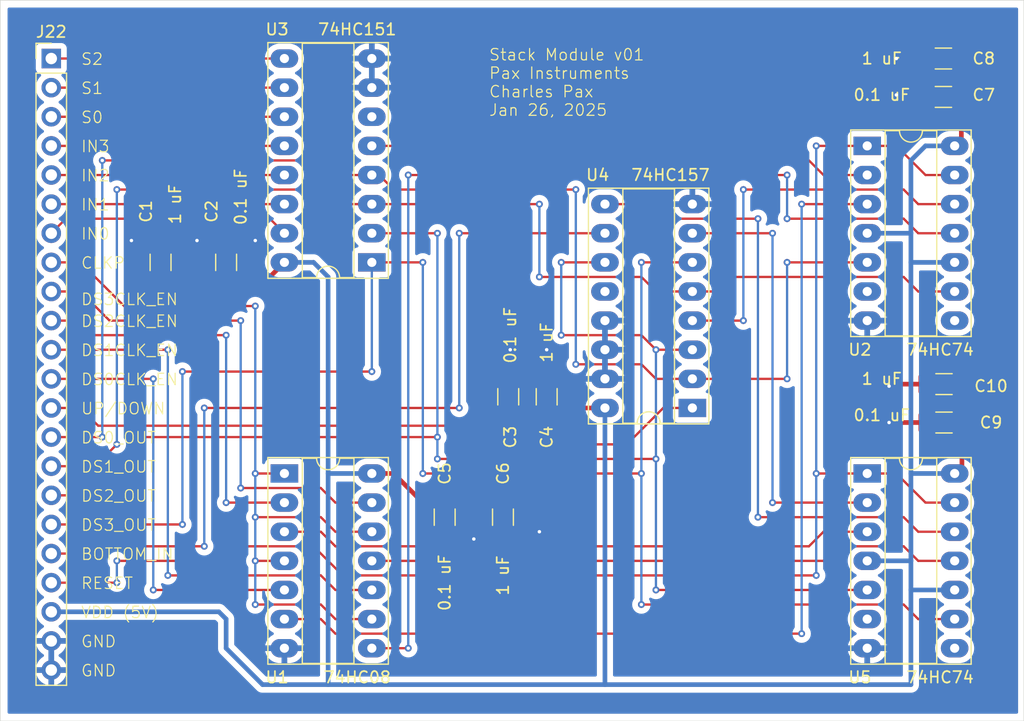
<source format=kicad_pcb>
(kicad_pcb (version 20240108) (generator "pcbnew") (generator_version "8.0")
  (title_block (title "Stack Module") (date "2025-01-25") (rev "v01") (company "Pax Instruments"))
  (layers (0 "F.Cu" signal) (31 "B.Cu" signal) (34 "B.Paste" user) (35 "F.Paste" user) (36 "B.SilkS" user "B.Silkscreen") (37 "F.SilkS" user "F.Silkscreen") (38 "B.Mask" user) (39 "F.Mask" user) (44 "Edge.Cuts" user))
  (net 0 "")
  (net 1 "INPUT1")
  (net 2 "INPUT2")
  (net 3 "INPUT0")
  (net 4 "RESET")
  (net 5 "INPUT3")
  (net 6 "CLOCKPULSE")
  (net 7 "DS3CLK_EN")
  (net 8 "GND")
  (net 9 "DS1CLK_EN")
  (net 10 "DS0CLK_EN")
  (net 11 "DS2CLK_EN")
  (net 12 "S2")
  (net 13 "DS3_OUT")
  (net 14 "DS2_OUT")
  (net 15 "DS1_OUT")
  (net 16 "S0")
  (net 17 "S1")
  (net 18 "BOTTOM")
  (net 19 "DS0_OUT")
  (net 20 "VDD")
  (net 21 "UPDOWN")
  (net 22 "DS0_CLK")
  (net 23 "DS0_IN")
  (net 24 "DS1_IN")
  (net 25 "DS1_CLK")
  (net 27 "DS3_CLK")
  (net 28 "DS2_IN")
  (net 29 "DS2_CLK")
  (net 31 "DS3_IN")
  (footprint "Package_DIP:DIP-14_W7.62mm_Socket_LongPads" (layer "F.Cu") (at 160.02 48.26)
    (property "Reference" "U2")
    (property "Value" "74HC74")
  )
  (footprint "Package_DIP:DIP-14_W7.62mm_Socket_LongPads" (layer "F.Cu") (at 109.22 76.835)
    (property "Reference" "U1")
    (property "Value" "74HC08")
  )
  (footprint "Package_DIP:DIP-16_W7.62mm_Socket_LongPads" (layer "F.Cu") (at 116.84 58.42 180)
    (property "Reference" "U3")
    (property "Value" "74HC151")
  )
  (footprint "Capacitor_SMD:C_1206_3216Metric_Pad1.33x1.80mm_HandSolder" (layer "F.Cu") (at 132.08 70.1425 90)
    (property "Reference" "C4")
    (property "Value" "1 uF")
  )
  (footprint "Capacitor_SMD:C_1206_3216Metric_Pad1.33x1.80mm_HandSolder" (layer "F.Cu") (at 166.7125 69.04 180)
    (property "Reference" "C10")
    (property "Value" "1 uF")
  )
  (footprint "Capacitor_SMD:C_1206_3216Metric_Pad1.33x1.80mm_HandSolder" (layer "F.Cu") (at 104.14 58.42 90)
    (property "Reference" "C2")
    (property "Value" "0.1 uF")
  )
  (footprint "Package_DIP:DIP-14_W7.62mm_Socket_LongPads" (layer "F.Cu") (at 160.02 76.835)
    (property "Reference" "U5")
    (property "Value" "74HC74")
  )
  (footprint "Capacitor_SMD:C_1206_3216Metric_Pad1.33x1.80mm_HandSolder" (layer "F.Cu") (at 166.6625 43.99 180)
    (property "Reference" "C7")
    (property "Value" "0.1 uF")
  )
  (footprint "Capacitor_SMD:C_1206_3216Metric_Pad1.33x1.80mm_HandSolder" (layer "F.Cu") (at 166.7125 72.39 180)
    (property "Reference" "C9")
    (property "Value" "0.1 uF")
  )
  (footprint "Capacitor_SMD:C_1206_3216Metric_Pad1.33x1.80mm_HandSolder" (layer "F.Cu") (at 98.425 58.42 90)
    (property "Reference" "C1")
    (property "Value" "1 uF")
  )
  (footprint "Connector_PinHeader_2.54mm:PinHeader_1x22_P2.54mm_Vertical" (layer "F.Cu") (at 88.9 40.64)
    (property "Reference" "J22")
    (property "Value" "Conn_01x22_Pin" (hide yes))
  )
  (footprint "Capacitor_SMD:C_1206_3216Metric_Pad1.33x1.80mm_HandSolder" (layer "F.Cu") (at 128.27 80.645 -90)
    (property "Reference" "C6")
    (property "Value" "1 uF")
  )
  (footprint "Capacitor_SMD:C_1206_3216Metric_Pad1.33x1.80mm_HandSolder" (layer "F.Cu") (at 128.73 70.1425 90)
    (property "Reference" "C3")
    (property "Value" "0.1 uF")
  )
  (footprint "Package_DIP:DIP-16_W7.62mm_Socket_LongPads" (layer "F.Cu") (at 144.78 71.12 180)
    (property "Reference" "U4")
    (property "Value" "74HC157")
  )
  (footprint "Capacitor_SMD:C_1206_3216Metric_Pad1.33x1.80mm_HandSolder" (layer "F.Cu") (at 166.6625 40.64 180)
    (property "Reference" "C8")
    (property "Value" "1 uF")
  )
  (footprint "Capacitor_SMD:C_1206_3216Metric_Pad1.33x1.80mm_HandSolder" (layer "F.Cu") (at 123.19 80.645 -90)
    (property "Reference" "C5")
    (property "Value" "0.1 uF")
  )
  (gr_rect (start 84.455 35.56) (end 173.6725 98.425) (stroke (width 0.05)) (fill none) (layer "Edge.Cuts"))
  (gr_text "S2" (at 91.44 41.275 0) (layer "F.SilkS") (effects (font (size 1 1) (thickness 0.1)) (justify left bottom)))
  (gr_text "IN2" (at 91.44 51.435 0) (layer "F.SilkS") (effects (font (size 1 1) (thickness 0.1)) (justify left bottom)))
  (gr_text "BOTTOM_IN" (at 91.44 84.455 0) (layer "F.SilkS") (effects (font (size 1 1) (thickness 0.1)) (justify left bottom)))
  (gr_text "CLKP" (at 91.44 59.055 0) (layer "F.SilkS") (effects (font (size 1 1) (thickness 0.1)) (justify left bottom)))
  (gr_text "DS3_OUT" (at 91.44 81.915 0) (layer "F.SilkS") (effects (font (size 1 1) (thickness 0.1)) (justify left bottom)))
  (gr_text "DS0_OUT" (at 91.44 74.295 0) (layer "F.SilkS") (effects (font (size 1 1) (thickness 0.1)) (justify left bottom)))
  (gr_text "DS1_OUT" (at 91.44 76.835 0) (layer "F.SilkS") (effects (font (size 1 1) (thickness 0.1)) (justify left bottom)))
  (gr_text "RESET" (at 91.44 86.995 0) (layer "F.SilkS") (effects (font (size 1 1) (thickness 0.1)) (justify left bottom)))
  (gr_text "UP/DOWN" (at 91.44 71.755 0) (layer "F.SilkS") (effects (font (size 1 1) (thickness 0.1)) (justify left bottom)))
  (gr_text "IN1" (at 91.44 53.975 0) (layer "F.SilkS") (effects (font (size 1 1) (thickness 0.1)) (justify left bottom)))
  (gr_text "GND" (at 91.44 92.075 0) (layer "F.SilkS") (effects (font (size 1 1) (thickness 0.1)) (justify left bottom)))
  (gr_text "IN3" (at 91.44 48.895 0) (layer "F.SilkS") (effects (font (size 1 1) (thickness 0.1)) (justify left bottom)))
  (gr_text "IN0" (at 91.44 56.515 0) (layer "F.SilkS") (effects (font (size 1 1) (thickness 0.1)) (justify left bottom)))
  (gr_text "GND" (at 91.44 94.615 0) (layer "F.SilkS") (effects (font (size 1 1) (thickness 0.1)) (justify left bottom)))
  (gr_text "S1" (at 91.44 43.815 0) (layer "F.SilkS") (effects (font (size 1 1) (thickness 0.1)) (justify left bottom)))
  (gr_text "Stack Module v01\nPax Instruments\nCharles Pax\nJan 26, 2025" (at 127 45.72 0) (layer "F.SilkS") (effects (font (size 1 1) (thickness 0.1)) (justify left bottom)))
  (gr_text "DS1CLK_EN" (at 91.44 66.675 0) (layer "F.SilkS") (effects (font (size 1 1) (thickness 0.1)) (justify left bottom)))
  (gr_text "DS3CLK_EN" (at 91.44 62.23 0) (layer "F.SilkS") (effects (font (size 1 1) (thickness 0.1)) (justify left bottom)))
  (gr_text "DS2_OUT" (at 91.44 79.375 0) (layer "F.SilkS") (effects (font (size 1 1) (thickness 0.1)) (justify left bottom)))
  (gr_text "DS2CLK_EN" (at 91.44 64.135 0) (layer "F.SilkS") (effects (font (size 1 1) (thickness 0.1)) (justify left bottom)))
  (gr_text "VDD (5V)" (at 91.44 89.535 0) (layer "F.SilkS") (effects (font (size 1 1) (thickness 0.1)) (justify left bottom)))
  (gr_text "S0" (at 91.44 46.355 0) (layer "F.SilkS") (effects (font (size 1 1) (thickness 0.1)) (justify left bottom)))
  (gr_text "DS0CLK_EN" (at 91.44 69.215 0) (layer "F.SilkS") (effects (font (size 1 1) (thickness 0.1)) (justify left bottom)))
  (segment (start 109.22 53.34) (end 88.9 53.34) (width 0.2) (layer "F.Cu") (net 1))
  (segment (start 88.9 50.8) (end 109.22 50.8) (width 0.2) (layer "F.Cu") (net 2))
  (segment (start 107.95 54.61) (end 109.22 55.88) (width 0.2) (layer "F.Cu") (net 3))
  (segment (start 88.9 55.88) (end 90.17 54.61) (width 0.2) (layer "F.Cu") (net 3))
  (segment (start 90.17 54.61) (end 107.95 54.61) (width 0.2) (layer "F.Cu") (net 3))
  (segment (start 155.575 76.835) (end 160.02 76.835) (width 0.2) (layer "F.Cu") (net 4))
  (segment (start 104.775 84.455) (end 94.615 84.455) (width 0.2) (layer "F.Cu") (net 4))
  (segment (start 162.56 48.26) (end 160.02 48.26) (width 0.2) (layer "F.Cu") (net 4))
  (segment (start 160.02 76.835) (end 162.56 76.835) (width 0.2) (layer "F.Cu") (net 4))
  (segment (start 160.02 48.26) (end 155.575 48.26) (width 0.2) (layer "F.Cu") (net 4))
  (segment (start 162.56 76.835) (end 165.1 79.375) (width 0.2) (layer "F.Cu") (net 4))
  (segment (start 111.76 83.185) (end 106.045 83.185) (width 0.2) (layer "F.Cu") (net 4))
  (segment (start 155.575 85.725) (end 114.3 85.725) (width 0.2) (layer "F.Cu") (net 4))
  (segment (start 165.1 79.375) (end 167.64 79.375) (width 0.2) (layer "F.Cu") (net 4))
  (segment (start 88.9 86.36) (end 94.615 86.36) (width 0.2) (layer "F.Cu") (net 4))
  (segment (start 106.045 83.185) (end 104.775 84.455) (width 0.2) (layer "F.Cu") (net 4))
  (segment (start 167.64 50.8) (end 165.1 50.8) (width 0.2) (layer "F.Cu") (net 4))
  (segment (start 114.3 85.725) (end 111.76 83.185) (width 0.2) (layer "F.Cu") (net 4))
  (segment (start 165.1 50.8) (end 162.56 48.26) (width 0.2) (layer "F.Cu") (net 4))
  (via (at 94.615 86.36) (size 0.6) (drill 0.3) (layers "F.Cu" "B.Cu") (net 4))
  (via (at 155.575 76.835) (size 0.6) (drill 0.3) (layers "F.Cu" "B.Cu") (net 4))
  (via (at 155.575 85.725) (size 0.6) (drill 0.3) (layers "F.Cu" "B.Cu") (net 4))
  (via (at 94.615 84.455) (size 0.6) (drill 0.3) (layers "F.Cu" "B.Cu") (net 4))
  (via (at 155.575 48.26) (size 0.6) (drill 0.3) (layers "F.Cu" "B.Cu") (net 4))
  (segment (start 155.575 48.26) (end 155.575 76.835) (width 0.2) (layer "B.Cu") (net 4))
  (segment (start 155.575 85.725) (end 155.575 76.835) (width 0.2) (layer "B.Cu") (net 4))
  (segment (start 94.615 84.455) (end 94.615 86.36) (width 0.2) (layer "B.Cu") (net 4))
  (segment (start 109.22 48.26) (end 88.9 48.26) (width 0.2) (layer "F.Cu") (net 5))
  (segment (start 106.68 88.265) (end 112.395 88.265) (width 0.2) (layer "F.Cu") (net 6))
  (segment (start 113.665 81.915) (end 116.84 81.915) (width 0.2) (layer "F.Cu") (net 6))
  (segment (start 112.395 80.645) (end 113.665 81.915) (width 0.2) (layer "F.Cu") (net 6))
  (segment (start 91.44 58.42) (end 88.9 58.42) (width 0.2) (layer "F.Cu") (net 6))
  (segment (start 95.25 62.23) (end 91.44 58.42) (width 0.2) (layer "F.Cu") (net 6))
  (segment (start 106.68 80.645) (end 112.395 80.645) (width 0.2) (layer "F.Cu") (net 6))
  (segment (start 109.22 84.455) (end 106.68 84.455) (width 0.2) (layer "F.Cu") (net 6))
  (segment (start 113.665 89.535) (end 116.84 89.535) (width 0.2) (layer "F.Cu") (net 6))
  (segment (start 112.395 88.265) (end 113.665 89.535) (width 0.2) (layer "F.Cu") (net 6))
  (segment (start 109.22 76.835) (end 106.68 76.835) (width 0.2) (layer "F.Cu") (net 6))
  (segment (start 106.68 62.23) (end 95.25 62.23) (width 0.2) (layer "F.Cu") (net 6))
  (via (at 106.68 62.23) (size 0.6) (drill 0.3) (layers "F.Cu" "B.Cu") (net 6))
  (via (at 106.68 84.455) (size 0.6) (drill 0.3) (layers "F.Cu" "B.Cu") (net 6))
  (via (at 106.68 80.645) (size 0.6) (drill 0.3) (layers "F.Cu" "B.Cu") (net 6))
  (via (at 106.68 76.835) (size 0.6) (drill 0.3) (layers "F.Cu" "B.Cu") (net 6))
  (via (at 106.68 88.265) (size 0.6) (drill 0.3) (layers "F.Cu" "B.Cu") (net 6))
  (segment (start 106.68 84.455) (end 106.68 80.645) (width 0.2) (layer "B.Cu") (net 6))
  (segment (start 106.68 62.23) (end 106.68 76.835) (width 0.2) (layer "B.Cu") (net 6))
  (segment (start 106.68 88.265) (end 106.68 84.455) (width 0.2) (layer "B.Cu") (net 6))
  (segment (start 106.68 80.645) (end 106.68 76.835) (width 0.2) (layer "B.Cu") (net 6))
  (segment (start 112.395 78.105) (end 113.665 79.375) (width 0.2) (layer "F.Cu") (net 7))
  (segment (start 93.98 63.5) (end 91.44 60.96) (width 0.2) (layer "F.Cu") (net 7))
  (segment (start 113.665 79.375) (end 116.84 79.375) (width 0.2) (layer "F.Cu") (net 7))
  (segment (start 91.44 60.96) (end 88.9 60.96) (width 0.2) (layer "F.Cu") (net 7))
  (segment (start 105.41 78.105) (end 112.395 78.105) (width 0.2) (layer "F.Cu") (net 7))
  (segment (start 105.41 63.5) (end 93.98 63.5) (width 0.2) (layer "F.Cu") (net 7))
  (via (at 105.41 78.105) (size 0.6) (drill 0.3) (layers "F.Cu" "B.Cu") (net 7))
  (via (at 105.41 63.5) (size 0.6) (drill 0.3) (layers "F.Cu" "B.Cu") (net 7))
  (segment (start 105.41 78.105) (end 105.41 63.5) (width 0.2) (layer "B.Cu") (net 7))
  (segment (start 128.73 68.58) (end 128.73 66.215) (width 0.4064) (layer "F.Cu") (net 8))
  (segment (start 125.3875 82.2075) (end 125.73 82.55) (width 0.4064) (layer "F.Cu") (net 8))
  (segment (start 123.19 82.2075) (end 125.3875 82.2075) (width 0.4064) (layer "F.Cu") (net 8))
  (segment (start 96.2275 56.8575) (end 95.885 56.515) (width 0.4064) (layer "F.Cu") (net 8))
  (segment (start 98.425 56.8575) (end 96.2275 56.8575) (width 0.4064) (layer "F.Cu") (net 8))
  (segment (start 128.27 82.2075) (end 126.0725 82.2075) (width 0.4064) (layer "F.Cu") (net 8))
  (segment (start 165.15 69.04) (end 162.1 69.04) (width 0.4064) (layer "F.Cu") (net 8))
  (segment (start 131.1525 82.2075) (end 131.445 81.915) (width 0.4064) (layer "F.Cu") (net 8))
  (segment (start 126.0725 82.2075) (end 125.73 82.55) (width 0.4064) (layer "F.Cu") (net 8))
  (segment (start 162.56 40.64) (end 165.1 40.64) (width 0.4064) (layer "F.Cu") (net 8))
  (segment (start 101.2575 56.8575) (end 101.6 56.515) (width 0.4064) (layer "F.Cu") (net 8))
  (segment (start 132.08 68.58) (end 132.08 66.04) (width 0.4064) (layer "F.Cu") (net 8))
  (segment (start 128.27 82.2075) (end 131.1525 82.2075) (width 0.4064) (layer "F.Cu") (net 8))
  (segment (start 165.15 72.39) (end 161.925 72.39) (width 0.4064) (layer "F.Cu") (net 8))
  (segment (start 101.9425 56.8575) (end 101.6 56.515) (width 0.4064) (layer "F.Cu") (net 8))
  (segment (start 128.73 66.215) (end 128.905 66.04) (width 0.4064) (layer "F.Cu") (net 8))
  (segment (start 98.425 56.8575) (end 101.2575 56.8575) (width 0.4064) (layer "F.Cu") (net 8))
  (segment (start 165.1 43.99) (end 162.735 43.99) (width 0.4064) (layer "F.Cu") (net 8))
  (segment (start 106.3375 56.8575) (end 106.68 56.515) (width 0.4064) (layer "F.Cu") (net 8))
  (segment (start 162.735 43.99) (end 162.56 43.815) (width 0.4064) (layer "F.Cu") (net 8))
  (segment (start 104.14 56.8575) (end 106.3375 56.8575) (width 0.4064) (layer "F.Cu") (net 8))
  (segment (start 162.1 69.04) (end 161.925 69.215) (width 0.4064) (layer "F.Cu") (net 8))
  (segment (start 104.14 56.8575) (end 101.9425 56.8575) (width 0.4064) (layer "F.Cu") (net 8))
  (via (at 161.925 72.39) (size 0.6) (drill 0.3) (layers "F.Cu" "B.Cu") (net 8))
  (via (at 161.925 69.215) (size 0.6) (drill 0.3) (layers "F.Cu" "B.Cu") (net 8))
  (via (at 95.885 56.515) (size 0.6) (drill 0.3) (layers "F.Cu" "B.Cu") (net 8))
  (via (at 162.56 40.64) (size 0.6) (drill 0.3) (layers "F.Cu" "B.Cu") (net 8))
  (via (at 128.905 66.04) (size 0.6) (drill 0.3) (layers "F.Cu" "B.Cu") (net 8))
  (via (at 131.445 81.915) (size 0.6) (drill 0.3) (layers "F.Cu" "B.Cu") (net 8))
  (via (at 101.6 56.515) (size 0.6) (drill 0.3) (layers "F.Cu" "B.Cu") (net 8))
  (via (at 132.08 66.04) (size 0.6) (drill 0.3) (layers "F.Cu" "B.Cu") (net 8))
  (via (at 125.73 82.55) (size 0.6) (drill 0.3) (layers "F.Cu" "B.Cu") (net 8))
  (via (at 106.68 56.515) (size 0.6) (drill 0.3) (layers "F.Cu" "B.Cu") (net 8))
  (via (at 162.56 43.815) (size 0.6) (drill 0.3) (layers "F.Cu" "B.Cu") (net 8))
  (segment (start 112.395 85.725) (end 113.665 86.995) (width 0.2) (layer "F.Cu") (net 9))
  (segment (start 99.06 85.725) (end 112.395 85.725) (width 0.2) (layer "F.Cu") (net 9))
  (segment (start 99.06 66.04) (end 88.9 66.04) (width 0.2) (layer "F.Cu") (net 9))
  (segment (start 113.665 86.995) (end 116.84 86.995) (width 0.2) (layer "F.Cu") (net 9))
  (via (at 99.06 85.725) (size 0.6) (drill 0.3) (layers "F.Cu" "B.Cu") (net 9))
  (via (at 99.06 66.04) (size 0.6) (drill 0.3) (layers "F.Cu" "B.Cu") (net 9))
  (segment (start 99.06 85.725) (end 99.06 66.04) (width 0.2) (layer "B.Cu") (net 9))
  (segment (start 97.79 68.58) (end 88.9 68.58) (width 0.2) (layer "F.Cu") (net 10))
  (segment (start 109.22 86.995) (end 97.79 86.995) (width 0.2) (layer "F.Cu") (net 10))
  (via (at 97.79 68.58) (size 0.6) (drill 0.3) (layers "F.Cu" "B.Cu") (net 10))
  (via (at 97.79 86.995) (size 0.6) (drill 0.3) (layers "F.Cu" "B.Cu") (net 10))
  (segment (start 97.79 86.995) (end 97.79 68.58) (width 0.2) (layer "B.Cu") (net 10))
  (segment (start 91.44 63.5) (end 88.9 63.5) (width 0.2) (layer "F.Cu") (net 11))
  (segment (start 92.71 64.77) (end 91.44 63.5) (width 0.2) (layer "F.Cu") (net 11))
  (segment (start 109.22 79.375) (end 104.14 79.375) (width 0.2) (layer "F.Cu") (net 11))
  (segment (start 104.14 64.77) (end 92.71 64.77) (width 0.2) (layer "F.Cu") (net 11))
  (via (at 104.14 79.375) (size 0.6) (drill 0.3) (layers "F.Cu" "B.Cu") (net 11))
  (via (at 104.14 64.77) (size 0.6) (drill 0.3) (layers "F.Cu" "B.Cu") (net 11))
  (segment (start 104.14 79.375) (end 104.14 64.77) (width 0.2) (layer "B.Cu") (net 11))
  (segment (start 88.9 40.64) (end 109.22 40.64) (width 0.2) (layer "F.Cu") (net 12))
  (segment (start 164.465 89.535) (end 163.195 88.265) (width 0.2) (layer "F.Cu") (net 13))
  (segment (start 100.33 81.28) (end 88.9 81.28) (width 0.2) (layer "F.Cu") (net 13))
  (segment (start 116.84 58.42) (end 121.285 58.42) (width 0.2) (layer "F.Cu") (net 13))
  (segment (start 163.195 88.265) (end 140.335 88.265) (width 0.2) (layer "F.Cu") (net 13))
  (segment (start 116.84 67.945) (end 100.33 67.945) (width 0.2) (layer "F.Cu") (net 13))
  (segment (start 167.64 89.535) (end 164.465 89.535) (width 0.2) (layer "F.Cu") (net 13))
  (segment (start 140.335 58.42) (end 144.78 58.42) (width 0.2) (layer "F.Cu") (net 13))
  (segment (start 121.285 76.835) (end 140.335 76.835) (width 0.2) (layer "F.Cu") (net 13))
  (via (at 121.285 58.42) (size 0.6) (drill 0.3) (layers "F.Cu" "B.Cu") (net 13))
  (via (at 140.335 88.265) (size 0.6) (drill 0.3) (layers "F.Cu" "B.Cu") (net 13))
  (via (at 100.33 67.945) (size 0.6) (drill 0.3) (layers "F.Cu" "B.Cu") (net 13))
  (via (at 100.33 81.28) (size 0.6) (drill 0.3) (layers "F.Cu" "B.Cu") (net 13))
  (via (at 116.84 67.945) (size 0.6) (drill 0.3) (layers "F.Cu" "B.Cu") (net 13))
  (via (at 140.335 76.835) (size 0.6) (drill 0.3) (layers "F.Cu" "B.Cu") (net 13))
  (via (at 140.335 58.42) (size 0.6) (drill 0.3) (layers "F.Cu" "B.Cu") (net 13))
  (via (at 121.285 76.835) (size 0.6) (drill 0.3) (layers "F.Cu" "B.Cu") (net 13))
  (segment (start 140.335 58.42) (end 140.335 76.835) (width 0.2) (layer "B.Cu") (net 13))
  (segment (start 100.33 67.945) (end 100.33 81.28) (width 0.2) (layer "B.Cu") (net 13))
  (segment (start 121.285 76.835) (end 121.285 58.42) (width 0.2) (layer "B.Cu") (net 13))
  (segment (start 116.84 58.42) (end 116.84 67.945) (width 0.2) (layer "B.Cu") (net 13))
  (segment (start 140.335 88.265) (end 140.335 76.835) (width 0.2) (layer "B.Cu") (net 13))
  (segment (start 140.335 64.77) (end 133.35 64.77) (width 0.2) (layer "F.Cu") (net 14))
  (segment (start 122.555 75.565) (end 141.605 75.565) (width 0.2) (layer "F.Cu") (net 14))
  (segment (start 144.78 66.04) (end 141.605 66.04) (width 0.2) (layer "F.Cu") (net 14))
  (segment (start 95.885 73.66) (end 95.885 74.93) (width 0.2) (layer "F.Cu") (net 14))
  (segment (start 92.075 78.74) (end 88.9 78.74) (width 0.2) (layer "F.Cu") (net 14))
  (segment (start 122.555 73.66) (end 95.885 73.66) (width 0.2) (layer "F.Cu") (net 14))
  (segment (start 116.84 55.88) (end 122.555 55.88) (width 0.2) (layer "F.Cu") (net 14))
  (segment (start 95.885 74.93) (end 92.075 78.74) (width 0.2) (layer "F.Cu") (net 14))
  (segment (start 141.605 66.04) (end 140.335 64.77) (width 0.2) (layer "F.Cu") (net 14))
  (segment (start 160.02 86.995) (end 141.605 86.995) (width 0.2) (layer "F.Cu") (net 14))
  (segment (start 137.16 58.42) (end 133.35 58.42) (width 0.2) (layer "F.Cu") (net 14))
  (via (at 122.555 73.66) (size 0.6) (drill 0.3) (layers "F.Cu" "B.Cu") (net 14))
  (via (at 141.605 86.995) (size 0.6) (drill 0.3) (layers "F.Cu" "B.Cu") (net 14))
  (via (at 141.605 75.565) (size 0.6) (drill 0.3) (layers "F.Cu" "B.Cu") (net 14))
  (via (at 122.555 75.565) (size 0.6) (drill 0.3) (layers "F.Cu" "B.Cu") (net 14))
  (via (at 141.605 66.04) (size 0.6) (drill 0.3) (layers "F.Cu" "B.Cu") (net 14))
  (via (at 133.35 58.42) (size 0.6) (drill 0.3) (layers "F.Cu" "B.Cu") (net 14))
  (via (at 122.555 55.88) (size 0.6) (drill 0.3) (layers "F.Cu" "B.Cu") (net 14))
  (via (at 133.35 64.77) (size 0.6) (drill 0.3) (layers "F.Cu" "B.Cu") (net 14))
  (segment (start 141.605 86.995) (end 141.605 75.565) (width 0.2) (layer "B.Cu") (net 14))
  (segment (start 133.35 58.42) (end 133.35 64.77) (width 0.2) (layer "B.Cu") (net 14))
  (segment (start 122.555 75.565) (end 122.555 73.66) (width 0.2) (layer "B.Cu") (net 14))
  (segment (start 122.555 73.66) (end 122.555 55.88) (width 0.2) (layer "B.Cu") (net 14))
  (segment (start 141.605 66.04) (end 141.605 75.565) (width 0.2) (layer "B.Cu") (net 14))
  (segment (start 147.955 59.69) (end 146.685 60.96) (width 0.2) (layer "F.Cu") (net 15))
  (segment (start 140.335 59.69) (end 141.605 60.96) (width 0.2) (layer "F.Cu") (net 15))
  (segment (start 92.71 76.2) (end 94.615 74.295) (width 0.2) (layer "F.Cu") (net 15))
  (segment (start 164.465 60.96) (end 167.64 60.96) (width 0.2) (layer "F.Cu") (net 15))
  (segment (start 144.78 60.96) (end 146.685 60.96) (width 0.2) (layer "F.Cu") (net 15))
  (segment (start 94.615 52.07) (end 112.395 52.07) (width 0.2) (layer "F.Cu") (net 15))
  (segment (start 88.9 76.2) (end 92.71 76.2) (width 0.2) (layer "F.Cu") (net 15))
  (segment (start 147.955 59.69) (end 163.195 59.69) (width 0.2) (layer "F.Cu") (net 15))
  (segment (start 163.195 59.69) (end 164.465 60.96) (width 0.2) (layer "F.Cu") (net 15))
  (segment (start 113.665 53.34) (end 116.84 53.34) (width 0.2) (layer "F.Cu") (net 15))
  (segment (start 112.395 52.07) (end 113.665 53.34) (width 0.2) (layer "F.Cu") (net 15))
  (segment (start 131.445 59.69) (end 140.335 59.69) (width 0.2) (layer "F.Cu") (net 15))
  (segment (start 141.605 60.96) (end 144.78 60.96) (width 0.2) (layer "F.Cu") (net 15))
  (segment (start 116.84 53.34) (end 131.445 53.34) (width 0.2) (layer "F.Cu") (net 15))
  (via (at 131.445 53.34) (size 0.6) (drill 0.3) (layers "F.Cu" "B.Cu") (net 15))
  (via (at 131.445 59.69) (size 0.6) (drill 0.3) (layers "F.Cu" "B.Cu") (net 15))
  (via (at 94.615 74.295) (size 0.6) (drill 0.3) (layers "F.Cu" "B.Cu") (net 15))
  (via (at 94.615 52.07) (size 0.6) (drill 0.3) (layers "F.Cu" "B.Cu") (net 15))
  (segment (start 131.445 53.34) (end 131.445 59.69) (width 0.2) (layer "B.Cu") (net 15))
  (segment (start 94.615 74.295) (end 94.615 52.07) (width 0.2) (layer "B.Cu") (net 15))
  (segment (start 88.9 45.72) (end 109.22 45.72) (width 0.2) (layer "F.Cu") (net 16))
  (segment (start 109.22 43.18) (end 88.9 43.18) (width 0.2) (layer "F.Cu") (net 17))
  (segment (start 91.44 83.82) (end 88.9 83.82) (width 0.2) (layer "F.Cu") (net 18))
  (segment (start 124.46 71.12) (end 102.235 71.12) (width 0.2) (layer "F.Cu") (net 18))
  (segment (start 102.235 83.185) (end 92.075 83.185) (width 0.2) (layer "F.Cu") (net 18))
  (segment (start 124.46 55.88) (end 137.16 55.88) (width 0.2) (layer "F.Cu") (net 18))
  (segment (start 92.075 83.185) (end 91.44 83.82) (width 0.2) (layer "F.Cu") (net 18))
  (via (at 124.46 71.12) (size 0.6) (drill 0.3) (layers "F.Cu" "B.Cu") (net 18))
  (via (at 102.235 71.12) (size 0.6) (drill 0.3) (layers "F.Cu" "B.Cu") (net 18))
  (via (at 102.235 83.185) (size 0.6) (drill 0.3) (layers "F.Cu" "B.Cu") (net 18))
  (via (at 124.46 55.88) (size 0.6) (drill 0.3) (layers "F.Cu" "B.Cu") (net 18))
  (segment (start 124.46 55.88) (end 124.46 71.12) (width 0.2) (layer "B.Cu") (net 18))
  (segment (start 102.235 71.12) (end 102.235 83.185) (width 0.2) (layer "B.Cu") (net 18))
  (segment (start 88.9 73.66) (end 93.345 73.66) (width 0.2) (layer "F.Cu") (net 19))
  (segment (start 112.395 49.53) (end 113.665 50.8) (width 0.2) (layer "F.Cu") (net 19))
  (segment (start 134.62 52.07) (end 118.745 52.07) (width 0.2) (layer "F.Cu") (net 19))
  (segment (start 144.78 68.58) (end 153.035 68.58) (width 0.2) (layer "F.Cu") (net 19))
  (segment (start 141.605 68.58) (end 140.335 67.31) (width 0.2) (layer "F.Cu") (net 19))
  (segment (start 140.335 67.31) (end 134.62 67.31) (width 0.2) (layer "F.Cu") (net 19))
  (segment (start 118.745 52.07) (end 117.475 50.8) (width 0.2) (layer "F.Cu") (net 19))
  (segment (start 93.345 49.53) (end 112.395 49.53) (width 0.2) (layer "F.Cu") (net 19))
  (segment (start 144.78 68.58) (end 141.605 68.58) (width 0.2) (layer "F.Cu") (net 19))
  (segment (start 160.02 58.42) (end 153.035 58.42) (width 0.2) (layer "F.Cu") (net 19))
  (segment (start 113.665 50.8) (end 116.84 50.8) (width 0.2) (layer "F.Cu") (net 19))
  (via (at 93.345 49.53) (size 0.6) (drill 0.3) (layers "F.Cu" "B.Cu") (net 19))
  (via (at 153.035 68.58) (size 0.6) (drill 0.3) (layers "F.Cu" "B.Cu") (net 19))
  (via (at 134.62 52.07) (size 0.6) (drill 0.3) (layers "F.Cu" "B.Cu") (net 19))
  (via (at 153.035 58.42) (size 0.6) (drill 0.3) (layers "F.Cu" "B.Cu") (net 19))
  (via (at 134.62 67.31) (size 0.6) (drill 0.3) (layers "F.Cu" "B.Cu") (net 19))
  (via (at 93.345 73.66) (size 0.6) (drill 0.3) (layers "F.Cu" "B.Cu") (net 19))
  (segment (start 153.035 68.58) (end 153.035 58.42) (width 0.2) (layer "B.Cu") (net 19))
  (segment (start 93.345 49.53) (end 93.345 73.66) (width 0.2) (layer "B.Cu") (net 19))
  (segment (start 134.62 67.31) (end 134.62 52.07) (width 0.2) (layer "B.Cu") (net 19))
  (segment (start 134.52 71.12) (end 137.16 71.12) (width 0.4064) (layer "F.Cu") (net 20))
  (segment (start 118.745 76.835) (end 116.84 76.835) (width 0.4064) (layer "F.Cu") (net 20))
  (segment (start 128.27 79.0825) (end 123.19 79.0825) (width 0.4064) (layer "F.Cu") (net 20))
  (segment (start 104.14 59.9825) (end 107.6575 59.9825) (width 0.4064) (layer "F.Cu") (net 20))
  (segment (start 168.275 76.2) (end 167.64 76.835) (width 0.4064) (layer "F.Cu") (net 20))
  (segment (start 128.73 71.705) (end 132.08 71.705) (width 0.4064) (layer "F.Cu") (net 20))
  (segment (start 168.225 40.64) (end 168.225 43.99) (width 0.4064) (layer "F.Cu") (net 20))
  (segment (start 167.64 48.26) (end 168.225 47.675) (width 0.4064) (layer "F.Cu") (net 20))
  (segment (start 132.08 71.705) (end 133.935 71.705) (width 0.4064) (layer "F.Cu") (net 20))
  (segment (start 168.275 69.04) (end 168.275 72.39) (width 0.4064) (layer "F.Cu") (net 20))
  (segment (start 107.6575 59.9825) (end 109.22 58.42) (width 0.4064) (layer "F.Cu") (net 20))
  (segment (start 168.275 72.39) (end 168.275 76.2) (width 0.4064) (layer "F.Cu") (net 20))
  (segment (start 120.9925 79.0825) (end 118.745 76.835) (width 0.4064) (layer "F.Cu") (net 20))
  (segment (start 168.225 47.675) (end 168.225 43.99) (width 0.4064) (layer "F.Cu") (net 20))
  (segment (start 98.425 59.9825) (end 104.14 59.9825) (width 0.4064) (layer "F.Cu") (net 20))
  (segment (start 123.19 79.0825) (end 120.9925 79.0825) (width 0.4064) (layer "F.Cu") (net 20))
  (segment (start 133.935 71.705) (end 134.52 71.12) (width 0.4064) (layer "F.Cu") (net 20))
  (segment (start 104.14 92.075) (end 107.315 95.25) (width 0.4064) (layer "B.Cu") (net 20))
  (segment (start 167.64 86.995) (end 163.83 86.995) (width 0.4064) (layer "B.Cu") (net 20))
  (segment (start 137.16 71.12) (end 137.16 95.25) (width 0.4064) (layer "B.Cu") (net 20))
  (segment (start 107.315 95.25) (end 137.16 95.25) (width 0.4064) (layer "B.Cu") (net 20))
  (segment (start 160.02 84.455) (end 163.83 84.455) (width 0.4064) (layer "B.Cu") (net 20))
  (segment (start 113.03 95.25) (end 113.03 59.69) (width 0.4064) (layer "B.Cu") (net 20))
  (segment (start 163.83 84.455) (end 163.83 76.835) (width 0.4064) (layer "B.Cu") (net 20))
  (segment (start 163.83 95.25) (end 163.83 86.995) (width 0.4064) (layer "B.Cu") (net 20))
  (segment (start 113.03 76.835) (end 116.84 76.835) (width 0.4064) (layer "B.Cu") (net 20))
  (segment (start 88.9 88.9) (end 103.505 88.9) (width 0.4064) (layer "B.Cu") (net 20))
  (segment (start 103.505 88.9) (end 104.14 89.535) (width 0.4064) (layer "B.Cu") (net 20))
  (segment (start 163.83 76.835) (end 163.83 58.42) (width 0.4064) (layer "B.Cu") (net 20))
  (segment (start 163.83 55.88) (end 163.83 49.53) (width 0.4064) (layer "B.Cu") (net 20))
  (segment (start 160.02 55.88) (end 163.83 55.88) (width 0.4064) (layer "B.Cu") (net 20))
  (segment (start 113.03 59.69) (end 111.76 58.42) (width 0.4064) (layer "B.Cu") (net 20))
  (segment (start 111.76 58.42) (end 109.22 58.42) (width 0.4064) (layer "B.Cu") (net 20))
  (segment (start 165.1 48.26) (end 167.64 48.26) (width 0.4064) (layer "B.Cu") (net 20))
  (segment (start 137.16 95.25) (end 163.83 95.25) (width 0.4064) (layer "B.Cu") (net 20))
  (segment (start 163.83 58.42) (end 163.83 55.88) (width 0.4064) (layer "B.Cu") (net 20))
  (segment (start 163.83 76.835) (end 167.64 76.835) (width 0.4064) (layer "B.Cu") (net 20))
  (segment (start 163.83 86.995) (end 163.83 84.455) (width 0.4064) (layer "B.Cu") (net 20))
  (segment (start 163.83 49.53) (end 165.1 48.26) (width 0.4064) (layer "B.Cu") (net 20))
  (segment (start 167.64 58.42) (end 163.83 58.42) (width 0.4064) (layer "B.Cu") (net 20))
  (segment (start 104.14 89.535) (end 104.14 92.075) (width 0.4064) (layer "B.Cu") (net 20))
  (segment (start 139.065 74.295) (end 142.24 71.12) (width 0.2) (layer "F.Cu") (net 21))
  (segment (start 144.78 71.12) (end 142.24 71.12) (width 0.2) (layer "F.Cu") (net 21))
  (segment (start 123.4675 72.6675) (end 125.095 74.295) (width 0.2) (layer "F.Cu") (net 21))
  (segment (start 91.44 71.12) (end 92.9875 72.6675) (width 0.2) (layer "F.Cu") (net 21))
  (segment (start 92.9875 72.6675) (end 123.4675 72.6675) (width 0.2) (layer "F.Cu") (net 21))
  (segment (start 125.095 74.295) (end 139.065 74.295) (width 0.2) (layer "F.Cu") (net 21))
  (segment (start 88.9 71.12) (end 91.44 71.12) (width 0.2) (layer "F.Cu") (net 21))
  (segment (start 160.02 53.34) (end 154.305 53.34) (width 0.2) (layer "F.Cu") (net 22))
  (segment (start 113.665 90.805) (end 112.395 89.535) (width 0.2) (layer "F.Cu") (net 22))
  (segment (start 112.395 89.535) (end 109.22 89.535) (width 0.2) (layer "F.Cu") (net 22))
  (segment (start 154.305 90.805) (end 113.665 90.805) (width 0.2) (layer "F.Cu") (net 22))
  (via (at 154.305 53.34) (size 0.6) (drill 0.3) (layers "F.Cu" "B.Cu") (net 22))
  (via (at 154.305 90.805) (size 0.6) (drill 0.3) (layers "F.Cu" "B.Cu") (net 22))
  (segment (start 154.305 53.34) (end 154.305 90.805) (width 0.2) (layer "B.Cu") (net 22))
  (segment (start 156.21 50.8) (end 153.67 48.26) (width 0.2) (layer "F.Cu") (net 23))
  (segment (start 153.67 48.26) (end 116.84 48.26) (width 0.2) (layer "F.Cu") (net 23))
  (segment (start 160.02 50.8) (end 156.21 50.8) (width 0.2) (layer "F.Cu") (net 23))
  (segment (start 149.225 52.07) (end 163.195 52.07) (width 0.2) (layer "F.Cu") (net 24))
  (segment (start 144.78 63.5) (end 149.225 63.5) (width 0.2) (layer "F.Cu") (net 24))
  (segment (start 164.465 53.34) (end 167.64 53.34) (width 0.2) (layer "F.Cu") (net 24))
  (segment (start 163.195 52.07) (end 164.465 53.34) (width 0.2) (layer "F.Cu") (net 24))
  (via (at 149.225 52.07) (size 0.6) (drill 0.3) (layers "F.Cu" "B.Cu") (net 24))
  (via (at 149.225 63.5) (size 0.6) (drill 0.3) (layers "F.Cu" "B.Cu") (net 24))
  (segment (start 149.225 52.07) (end 149.225 63.5) (width 0.2) (layer "B.Cu") (net 24))
  (segment (start 153.035 54.61) (end 163.195 54.61) (width 0.2) (layer "F.Cu") (net 25))
  (segment (start 116.84 92.075) (end 120.015 92.075) (width 0.2) (layer "F.Cu") (net 25))
  (segment (start 163.195 54.61) (end 164.465 55.88) (width 0.2) (layer "F.Cu") (net 25))
  (segment (start 164.465 55.88) (end 167.64 55.88) (width 0.2) (layer "F.Cu") (net 25))
  (segment (start 153.035 50.8) (end 120.015 50.8) (width 0.2) (layer "F.Cu") (net 25))
  (via (at 120.015 50.8) (size 0.6) (drill 0.3) (layers "F.Cu" "B.Cu") (net 25))
  (via (at 153.035 50.8) (size 0.6) (drill 0.3) (layers "F.Cu" "B.Cu") (net 25))
  (via (at 153.035 54.61) (size 0.6) (drill 0.3) (layers "F.Cu" "B.Cu") (net 25))
  (via (at 120.015 92.075) (size 0.6) (drill 0.3) (layers "F.Cu" "B.Cu") (net 25))
  (segment (start 120.015 50.8) (end 120.015 92.075) (width 0.2) (layer "B.Cu") (net 25))
  (segment (start 153.035 50.8) (end 153.035 54.61) (width 0.2) (layer "B.Cu") (net 25))
  (segment (start 116.84 84.455) (end 156.21 84.455) (width 0.2) (layer "F.Cu") (net 27))
  (segment (start 163.195 83.185) (end 164.465 84.455) (width 0.2) (layer "F.Cu") (net 27))
  (segment (start 157.48 83.185) (end 163.195 83.185) (width 0.2) (layer "F.Cu") (net 27))
  (segment (start 156.21 84.455) (end 157.48 83.185) (width 0.2) (layer "F.Cu") (net 27))
  (segment (start 164.465 84.455) (end 167.64 84.455) (width 0.2) (layer "F.Cu") (net 27))
  (segment (start 144.78 55.88) (end 151.765 55.88) (width 0.2) (layer "F.Cu") (net 28))
  (segment (start 160.02 79.375) (end 151.765 79.375) (width 0.2) (layer "F.Cu") (net 28))
  (via (at 151.765 79.375) (size 0.6) (drill 0.3) (layers "F.Cu" "B.Cu") (net 28))
  (via (at 151.765 55.88) (size 0.6) (drill 0.3) (layers "F.Cu" "B.Cu") (net 28))
  (segment (start 151.765 79.375) (end 151.765 55.88) (width 0.2) (layer "B.Cu") (net 28))
  (segment (start 113.665 83.185) (end 112.395 81.915) (width 0.2) (layer "F.Cu") (net 29))
  (segment (start 130.81 83.82) (end 131.445 83.185) (width 0.2) (layer "F.Cu") (net 29))
  (segment (start 131.445 83.185) (end 154.94 83.185) (width 0.2) (layer "F.Cu") (net 29))
  (segment (start 112.395 81.915) (end 109.22 81.915) (width 0.2) (layer "F.Cu") (net 29))
  (segment (start 120.65 83.185) (end 121.285 83.82) (width 0.2) (layer "F.Cu") (net 29))
  (segment (start 156.21 81.915) (end 154.94 83.185) (width 0.2) (layer "F.Cu") (net 29))
  (segment (start 113.665 83.185) (end 120.65 83.185) (width 0.2) (layer "F.Cu") (net 29))
  (segment (start 156.21 81.915) (end 160.02 81.915) (width 0.2) (layer "F.Cu") (net 29))
  (segment (start 121.285 83.82) (end 130.81 83.82) (width 0.2) (layer "F.Cu") (net 29))
  (segment (start 140.335 53.34) (end 141.605 54.61) (width 0.2) (layer "F.Cu") (net 31))
  (segment (start 163.195 80.645) (end 164.465 81.915) (width 0.2) (layer "F.Cu") (net 31))
  (segment (start 164.465 81.915) (end 167.64 81.915) (width 0.2) (layer "F.Cu") (net 31))
  (segment (start 150.495 80.645) (end 163.195 80.645) (width 0.2) (layer "F.Cu") (net 31))
  (segment (start 140.335 53.34) (end 137.16 53.34) (width 0.2) (layer "F.Cu") (net 31))
  (segment (start 141.605 54.61) (end 150.495 54.61) (width 0.2) (layer "F.Cu") (net 31))
  (via (at 150.495 80.645) (size 0.6) (drill 0.3) (layers "F.Cu" "B.Cu") (net 31))
  (via (at 150.495 54.61) (size 0.6) (drill 0.3) (layers "F.Cu" "B.Cu") (net 31))
  (segment (start 150.495 80.645) (end 150.495 54.61) (width 0.2) (layer "B.Cu") (net 31))
  (zone (net 8) (net_name "GND") (layer "B.Cu") (connect_pads (clearance 0.5)) (min_thickness 0.25) (fill yes (thermal_gap 0.5) (thermal_bridge_width 0.5))
    (polygon (pts (xy 173.355 36.195) (xy 173.355 97.79) (xy 85.09 97.79) (xy 85.09 36.195)))
  )
)
</source>
